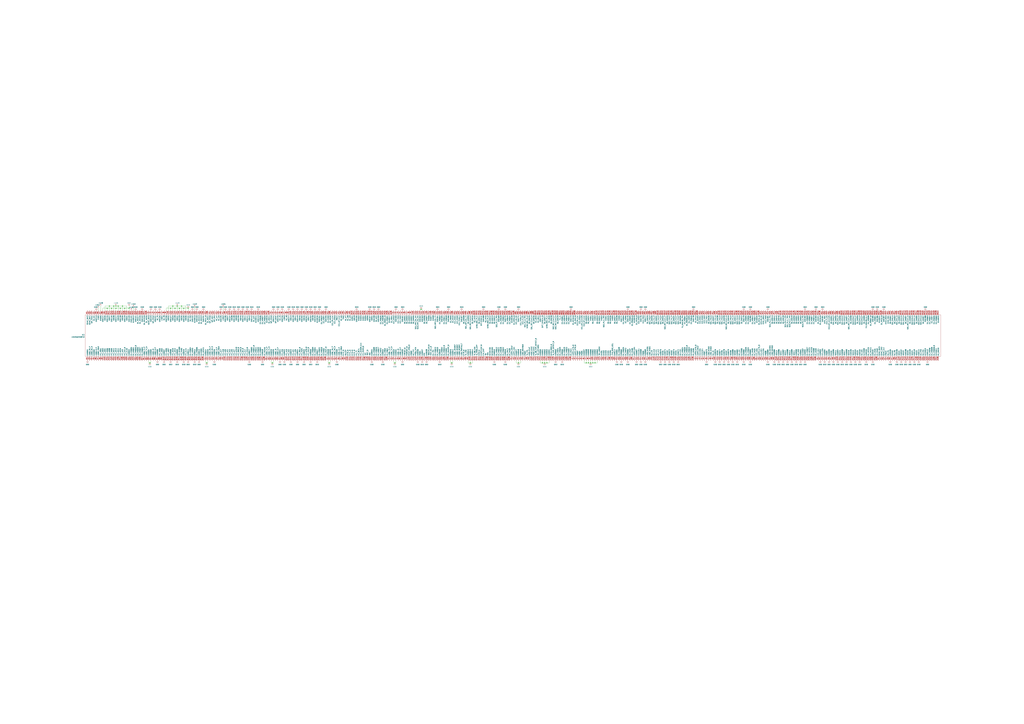
<source format=kicad_sch>
(kicad_sch (version 20211123) (generator eeschema)

  (uuid 8eea7483-42f3-4a35-8541-7f3f683463f6)

  (paper "A0")

  (title_block
    (title "PatekBoard - MPU")
    (date "2022-05-01")
    (rev "0.1")
    (company "Pátek - zájmový kroužek, z.s.")
  )

  

  (junction (at 198.12 358.14) (diameter 0) (color 0 0 0 0)
    (uuid 03b12d4f-de83-45d3-b75e-ea8aae98533e)
  )
  (junction (at 134.62 355.6) (diameter 0) (color 0 0 0 0)
    (uuid 04165067-c88f-420f-9b12-33a083f7e927)
  )
  (junction (at 685.8 421.64) (diameter 0) (color 0 0 0 0)
    (uuid 1ecb5455-fca0-4d59-9c33-ae2b95f0604b)
  )
  (junction (at 688.34 421.64) (diameter 0) (color 0 0 0 0)
    (uuid 254bd294-8b71-469e-bab2-1ec75529aaa7)
  )
  (junction (at 127 355.6) (diameter 0) (color 0 0 0 0)
    (uuid 259d8850-6503-4057-bca3-26550b1d5d37)
  )
  (junction (at 382.27 421.64) (diameter 0) (color 0 0 0 0)
    (uuid 2995e9b7-8c13-4c1a-8bc8-22441d2e231d)
  )
  (junction (at 635 421.64) (diameter 0) (color 0 0 0 0)
    (uuid 345c736e-1dce-44d1-b005-cf2e84936c05)
  )
  (junction (at 142.24 355.6) (diameter 0) (color 0 0 0 0)
    (uuid 3512af76-4696-482e-b2af-a8ec57f7531c)
  )
  (junction (at 629.92 421.64) (diameter 0) (color 0 0 0 0)
    (uuid 3f9eb0bb-1a45-4f89-a47c-629c82b65690)
  )
  (junction (at 208.28 358.14) (diameter 0) (color 0 0 0 0)
    (uuid 4444d2b1-1fa4-485c-839c-8b37e88e4c5d)
  )
  (junction (at 680.72 421.64) (diameter 0) (color 0 0 0 0)
    (uuid 4b671f07-6b04-49e5-83e4-3d7aca1859fa)
  )
  (junction (at 149.86 358.14) (diameter 0) (color 0 0 0 0)
    (uuid 52703aad-01ae-4620-99c9-237740a2221d)
  )
  (junction (at 173.99 421.64) (diameter 0) (color 0 0 0 0)
    (uuid 53bd3dcf-7a08-41dd-8b06-6b103459afab)
  )
  (junction (at 203.2 358.14) (diameter 0) (color 0 0 0 0)
    (uuid 5a9fadc5-335c-4276-96f7-b2dff412bab1)
  )
  (junction (at 546.1 421.64) (diameter 0) (color 0 0 0 0)
    (uuid 6e83b69a-5db4-4dad-8f84-715f7f46f457)
  )
  (junction (at 488.95 359.41) (diameter 0) (color 0 0 0 0)
    (uuid 6f1cb7ff-f455-4877-88ca-20400e585520)
  )
  (junction (at 690.88 421.64) (diameter 0) (color 0 0 0 0)
    (uuid 8981ed6b-173c-43e1-830f-1c938b081d9e)
  )
  (junction (at 205.74 355.6) (diameter 0) (color 0 0 0 0)
    (uuid 8ef20f8c-04f6-4c24-a6f5-0e65cb43359d)
  )
  (junction (at 524.51 421.64) (diameter 0) (color 0 0 0 0)
    (uuid 9aec27dd-065b-43ec-b717-1fbb5e4f6d1e)
  )
  (junction (at 124.46 358.14) (diameter 0) (color 0 0 0 0)
    (uuid 9d805e5b-3132-4d19-8a64-e1454036ab84)
  )
  (junction (at 601.98 421.64) (diameter 0) (color 0 0 0 0)
    (uuid a02da5d4-2c9b-4cef-9232-3ab16943b476)
  )
  (junction (at 200.66 355.6) (diameter 0) (color 0 0 0 0)
    (uuid a60027f0-3ab8-48e6-833e-8c6bd92779c5)
  )
  (junction (at 139.7 358.14) (diameter 0) (color 0 0 0 0)
    (uuid ae3f2710-58e4-4cb4-acbd-8b588605d24d)
  )
  (junction (at 132.08 355.6) (diameter 0) (color 0 0 0 0)
    (uuid c01d6d81-9e71-47cd-847b-595c4335289d)
  )
  (junction (at 137.16 355.6) (diameter 0) (color 0 0 0 0)
    (uuid c5dc2f71-36a0-4132-a7d9-107611f6905e)
  )
  (junction (at 134.62 358.14) (diameter 0) (color 0 0 0 0)
    (uuid c6e76c34-072a-4998-8cc8-8e0b555f8e57)
  )
  (junction (at 213.36 358.14) (diameter 0) (color 0 0 0 0)
    (uuid cc484ac9-ae2e-439d-b4fd-284b5eb8ba06)
  )
  (junction (at 458.47 421.64) (diameter 0) (color 0 0 0 0)
    (uuid ce591ebd-9057-4ef6-9e08-88697f90f266)
  )
  (junction (at 632.46 421.64) (diameter 0) (color 0 0 0 0)
    (uuid d2863878-c417-4b6b-8d50-26e42ce3cb8c)
  )
  (junction (at 683.26 421.64) (diameter 0) (color 0 0 0 0)
    (uuid d737739e-8efe-4bb2-8d26-58345d9f5fb8)
  )
  (junction (at 210.82 355.6) (diameter 0) (color 0 0 0 0)
    (uuid d86fc652-ffdb-43d6-9149-bd5bdadca8dd)
  )
  (junction (at 129.54 358.14) (diameter 0) (color 0 0 0 0)
    (uuid d91ccf66-7f0d-4c82-be68-391d60d30e09)
  )
  (junction (at 144.78 358.14) (diameter 0) (color 0 0 0 0)
    (uuid db8a83b3-18c6-4a30-877a-cc3badff4c2f)
  )
  (junction (at 240.03 421.64) (diameter 0) (color 0 0 0 0)
    (uuid e09cfa57-005a-4c62-9f84-90bcea65919a)
  )
  (junction (at 218.44 358.14) (diameter 0) (color 0 0 0 0)
    (uuid e3769e6a-c86b-4ff0-89c7-6a9f43ac3196)
  )
  (junction (at 316.23 421.64) (diameter 0) (color 0 0 0 0)
    (uuid e3eea7ca-d777-496e-b920-2596556fe23c)
  )

  (wire (pts (xy 210.82 355.6) (xy 215.9 355.6))
    (stroke (width 0) (type default) (color 0 0 0 0))
    (uuid 00ef07e3-31bc-4245-b747-f37ce50454dc)
  )
  (wire (pts (xy 218.44 358.14) (xy 218.44 360.68))
    (stroke (width 0) (type default) (color 0 0 0 0))
    (uuid 01ea1bee-2abc-4027-ab1a-1a3094a08fd6)
  )
  (wire (pts (xy 172.72 421.64) (xy 173.99 421.64))
    (stroke (width 0) (type default) (color 0 0 0 0))
    (uuid 02320ff4-4a71-46a7-9efd-4de9d0d61a3c)
  )
  (wire (pts (xy 137.16 355.6) (xy 142.24 355.6))
    (stroke (width 0) (type default) (color 0 0 0 0))
    (uuid 067cd23a-041d-47b6-88f6-2e7497371992)
  )
  (wire (pts (xy 172.72 419.1) (xy 172.72 421.64))
    (stroke (width 0) (type default) (color 0 0 0 0))
    (uuid 0a6da94b-d488-41c6-ba14-65763d1b36b1)
  )
  (wire (pts (xy 226.06 356.87) (xy 226.06 360.68))
    (stroke (width 0) (type default) (color 0 0 0 0))
    (uuid 0ae71ead-6018-43d4-987a-35c3cde3ce14)
  )
  (wire (pts (xy 317.5 421.64) (xy 316.23 421.64))
    (stroke (width 0) (type default) (color 0 0 0 0))
    (uuid 0bcf2fd2-436f-4e6d-a1e7-81554b514e06)
  )
  (wire (pts (xy 314.96 419.1) (xy 314.96 421.64))
    (stroke (width 0) (type default) (color 0 0 0 0))
    (uuid 0e82bc35-2209-4c49-aa68-76e84a2038a6)
  )
  (wire (pts (xy 546.1 419.1) (xy 546.1 421.64))
    (stroke (width 0) (type default) (color 0 0 0 0))
    (uuid 0f8b14a1-1475-4951-8c8c-eec4467fd9f1)
  )
  (wire (pts (xy 635 421.64) (xy 637.54 421.64))
    (stroke (width 0) (type default) (color 0 0 0 0))
    (uuid 0feec7e9-7b6b-4be6-be60-620bb85dadd7)
  )
  (wire (pts (xy 487.68 359.41) (xy 488.95 359.41))
    (stroke (width 0) (type default) (color 0 0 0 0))
    (uuid 15c556c9-8a9e-4115-aa99-f5187925c2d4)
  )
  (wire (pts (xy 154.94 356.87) (xy 154.94 360.68))
    (stroke (width 0) (type default) (color 0 0 0 0))
    (uuid 169a6bb8-4714-4b59-9917-e0be2ee87e6c)
  )
  (wire (pts (xy 213.36 358.14) (xy 218.44 358.14))
    (stroke (width 0) (type default) (color 0 0 0 0))
    (uuid 171a7a6e-155b-4c67-83b5-1928b7a81b68)
  )
  (wire (pts (xy 317.5 419.1) (xy 317.5 421.64))
    (stroke (width 0) (type default) (color 0 0 0 0))
    (uuid 1dcdbd8d-ff1e-4974-bade-59f823c9a902)
  )
  (wire (pts (xy 690.88 421.64) (xy 693.42 421.64))
    (stroke (width 0) (type default) (color 0 0 0 0))
    (uuid 1f5952ba-9fb6-4fcd-b347-c166c011622d)
  )
  (wire (pts (xy 601.98 421.64) (xy 604.52 421.64))
    (stroke (width 0) (type default) (color 0 0 0 0))
    (uuid 1fa42c2c-32be-414a-80a6-f65ab1e9d1c7)
  )
  (wire (pts (xy 127 355.6) (xy 132.08 355.6))
    (stroke (width 0) (type default) (color 0 0 0 0))
    (uuid 20dfab1d-33fb-44ad-82b4-6956921ceb8a)
  )
  (wire (pts (xy 116.84 355.6) (xy 116.84 360.68))
    (stroke (width 0) (type default) (color 0 0 0 0))
    (uuid 21fe2c20-301e-4c82-add1-f6f282cd6e4a)
  )
  (wire (pts (xy 198.12 358.14) (xy 198.12 360.68))
    (stroke (width 0) (type default) (color 0 0 0 0))
    (uuid 2395050b-ac3a-4d72-9273-60d81f788c7c)
  )
  (wire (pts (xy 629.92 419.1) (xy 629.92 421.64))
    (stroke (width 0) (type default) (color 0 0 0 0))
    (uuid 23b252b2-77a0-49f1-8131-af1990e8edf3)
  )
  (wire (pts (xy 632.46 421.64) (xy 635 421.64))
    (stroke (width 0) (type default) (color 0 0 0 0))
    (uuid 2a44b3eb-d2a6-462a-9e10-8b82da72d4a7)
  )
  (wire (pts (xy 142.24 355.6) (xy 142.24 360.68))
    (stroke (width 0) (type default) (color 0 0 0 0))
    (uuid 2f49b4d4-f45f-43b2-a84e-b9ed343a9cc2)
  )
  (wire (pts (xy 685.8 421.64) (xy 688.34 421.64))
    (stroke (width 0) (type default) (color 0 0 0 0))
    (uuid 307b9376-3582-4710-91bb-34b511890912)
  )
  (wire (pts (xy 259.08 356.87) (xy 259.08 360.68))
    (stroke (width 0) (type default) (color 0 0 0 0))
    (uuid 32e5f4e4-b1a4-40fd-9e32-d32ddd835c23)
  )
  (wire (pts (xy 119.38 360.68) (xy 119.38 358.14))
    (stroke (width 0) (type default) (color 0 0 0 0))
    (uuid 37c8cdf6-7e45-4320-a6b0-99edfcf33f80)
  )
  (wire (pts (xy 241.3 419.1) (xy 241.3 421.64))
    (stroke (width 0) (type default) (color 0 0 0 0))
    (uuid 388e76f2-5c3c-476a-abdb-7bb570c386fb)
  )
  (wire (pts (xy 525.78 421.64) (xy 524.51 421.64))
    (stroke (width 0) (type default) (color 0 0 0 0))
    (uuid 3a3164e9-401a-4e50-bee1-a12717def846)
  )
  (wire (pts (xy 198.12 358.14) (xy 203.2 358.14))
    (stroke (width 0) (type default) (color 0 0 0 0))
    (uuid 3d61dfac-ef1b-4855-84b3-524c1a41df0d)
  )
  (wire (pts (xy 629.92 421.64) (xy 632.46 421.64))
    (stroke (width 0) (type default) (color 0 0 0 0))
    (uuid 40757d4e-0933-4fdc-bd6a-8e6fc7b5523f)
  )
  (wire (pts (xy 139.7 358.14) (xy 139.7 360.68))
    (stroke (width 0) (type default) (color 0 0 0 0))
    (uuid 481021ec-6aaf-4817-b701-ffd114726d0e)
  )
  (wire (pts (xy 203.2 358.14) (xy 203.2 360.68))
    (stroke (width 0) (type default) (color 0 0 0 0))
    (uuid 49131b3c-8e6c-404c-b722-8d18749461c7)
  )
  (wire (pts (xy 134.62 358.14) (xy 134.62 360.68))
    (stroke (width 0) (type default) (color 0 0 0 0))
    (uuid 4939567f-b084-4ae8-a29c-faeef6a8d952)
  )
  (wire (pts (xy 627.38 421.64) (xy 629.92 421.64))
    (stroke (width 0) (type default) (color 0 0 0 0))
    (uuid 494e5eb1-7f70-43f3-9605-bd716c371be9)
  )
  (wire (pts (xy 238.76 421.64) (xy 240.03 421.64))
    (stroke (width 0) (type default) (color 0 0 0 0))
    (uuid 4d2a5be0-a08d-4c6c-82bd-0d89093f9d70)
  )
  (wire (pts (xy 193.04 358.14) (xy 198.12 358.14))
    (stroke (width 0) (type default) (color 0 0 0 0))
    (uuid 4fdd29cb-3f5f-493c-8f69-796b0a7368a1)
  )
  (wire (pts (xy 688.34 419.1) (xy 688.34 421.64))
    (stroke (width 0) (type default) (color 0 0 0 0))
    (uuid 503a787b-7c8c-4da2-9e50-6b7b67c11e3b)
  )
  (wire (pts (xy 637.54 419.1) (xy 637.54 421.64))
    (stroke (width 0) (type default) (color 0 0 0 0))
    (uuid 50d8e014-4c19-4cda-935a-b4563e033acd)
  )
  (wire (pts (xy 523.24 421.64) (xy 524.51 421.64))
    (stroke (width 0) (type default) (color 0 0 0 0))
    (uuid 514d8ee7-cdfe-4ab0-b680-3f971aa3a0be)
  )
  (wire (pts (xy 525.78 419.1) (xy 525.78 421.64))
    (stroke (width 0) (type default) (color 0 0 0 0))
    (uuid 53c3f9ae-2d25-48e4-83d8-cd0edbbeddcc)
  )
  (wire (pts (xy 690.88 419.1) (xy 690.88 421.64))
    (stroke (width 0) (type default) (color 0 0 0 0))
    (uuid 54a91355-a483-4762-82d3-383fb82f2790)
  )
  (wire (pts (xy 693.42 419.1) (xy 693.42 421.64))
    (stroke (width 0) (type default) (color 0 0 0 0))
    (uuid 56bec9b0-62b7-4987-b961-df7ca5c8d756)
  )
  (wire (pts (xy 601.98 419.1) (xy 601.98 421.64))
    (stroke (width 0) (type default) (color 0 0 0 0))
    (uuid 596572b1-f385-4f3a-8bca-7190f60a01ee)
  )
  (wire (pts (xy 490.22 359.41) (xy 488.95 359.41))
    (stroke (width 0) (type default) (color 0 0 0 0))
    (uuid 64b70785-7347-4340-978a-4b920ab4843f)
  )
  (wire (pts (xy 210.82 355.6) (xy 210.82 360.68))
    (stroke (width 0) (type default) (color 0 0 0 0))
    (uuid 6558fd95-860d-412f-b5dc-f343b58ca42c)
  )
  (wire (pts (xy 175.26 421.64) (xy 173.99 421.64))
    (stroke (width 0) (type default) (color 0 0 0 0))
    (uuid 6c4ba191-0037-4589-8079-fe5a02117bff)
  )
  (wire (pts (xy 149.86 358.14) (xy 149.86 360.68))
    (stroke (width 0) (type default) (color 0 0 0 0))
    (uuid 6c59adb3-a38f-4cc3-9a03-e782d9bba195)
  )
  (wire (pts (xy 132.08 355.6) (xy 134.62 355.6))
    (stroke (width 0) (type default) (color 0 0 0 0))
    (uuid 6e8bf2f5-81ef-4a05-8b0e-26d82b65d701)
  )
  (wire (pts (xy 213.36 358.14) (xy 213.36 360.68))
    (stroke (width 0) (type default) (color 0 0 0 0))
    (uuid 71ee1a36-5693-4d92-bca3-3a83099e4b9a)
  )
  (wire (pts (xy 175.26 419.1) (xy 175.26 421.64))
    (stroke (width 0) (type default) (color 0 0 0 0))
    (uuid 79726bce-5ee7-414b-9079-597ad61bb09f)
  )
  (wire (pts (xy 543.56 419.1) (xy 543.56 421.64))
    (stroke (width 0) (type default) (color 0 0 0 0))
    (uuid 7ab5703a-8e14-4286-806c-a4ccb6548a6d)
  )
  (wire (pts (xy 457.2 419.1) (xy 457.2 421.64))
    (stroke (width 0) (type default) (color 0 0 0 0))
    (uuid 80334192-c636-4abf-b6ec-50d509d4026d)
  )
  (wire (pts (xy 147.32 355.6) (xy 147.32 360.68))
    (stroke (width 0) (type default) (color 0 0 0 0))
    (uuid 8acb289f-ef0b-4bda-b4ee-c7a778cca4aa)
  )
  (wire (pts (xy 457.2 421.64) (xy 458.47 421.64))
    (stroke (width 0) (type default) (color 0 0 0 0))
    (uuid 8be7a883-3e3e-493d-8cf2-561e0f4851cd)
  )
  (wire (pts (xy 548.64 419.1) (xy 548.64 421.64))
    (stroke (width 0) (type default) (color 0 0 0 0))
    (uuid 8c679a2d-7639-4bad-af78-6e8df7d13ea6)
  )
  (wire (pts (xy 124.46 358.14) (xy 129.54 358.14))
    (stroke (width 0) (type default) (color 0 0 0 0))
    (uuid 8f22bedb-638e-4d09-86b9-7aa56bf7c1f0)
  )
  (wire (pts (xy 604.52 419.1) (xy 604.52 421.64))
    (stroke (width 0) (type default) (color 0 0 0 0))
    (uuid 9293fdb8-c524-434a-b747-a989290eec92)
  )
  (wire (pts (xy 487.68 360.68) (xy 487.68 359.41))
    (stroke (width 0) (type default) (color 0 0 0 0))
    (uuid 98108e54-707a-4220-b52f-d817d3b690bf)
  )
  (wire (pts (xy 134.62 355.6) (xy 137.16 355.6))
    (stroke (width 0) (type default) (color 0 0 0 0))
    (uuid 9b4d0a8a-2c1c-45fa-bb48-1e4253014cb3)
  )
  (wire (pts (xy 124.46 358.14) (xy 124.46 360.68))
    (stroke (width 0) (type default) (color 0 0 0 0))
    (uuid 9bfe003f-2e18-45b0-aa40-02de5165ed7d)
  )
  (wire (pts (xy 683.26 421.64) (xy 685.8 421.64))
    (stroke (width 0) (type default) (color 0 0 0 0))
    (uuid 9e027e4b-5332-49b5-b3f8-f6f25e59e791)
  )
  (wire (pts (xy 142.24 355.6) (xy 147.32 355.6))
    (stroke (width 0) (type default) (color 0 0 0 0))
    (uuid 9f66b69a-f58e-47d0-8560-c3b3af1fc6b7)
  )
  (wire (pts (xy 200.66 355.6) (xy 205.74 355.6))
    (stroke (width 0) (type default) (color 0 0 0 0))
    (uuid a2d046eb-5e5d-462e-b54f-bfe94be2e0bd)
  )
  (wire (pts (xy 215.9 355.6) (xy 215.9 360.68))
    (stroke (width 0) (type default) (color 0 0 0 0))
    (uuid a5d05744-02b3-44ce-81c2-497ed948cc0a)
  )
  (wire (pts (xy 548.64 421.64) (xy 546.1 421.64))
    (stroke (width 0) (type default) (color 0 0 0 0))
    (uuid a68714fd-d122-4fb1-9196-7ac7940eaddf)
  )
  (wire (pts (xy 129.54 358.14) (xy 134.62 358.14))
    (stroke (width 0) (type default) (color 0 0 0 0))
    (uuid aadb55e8-68ea-430c-94e1-259fe37b4cae)
  )
  (wire (pts (xy 119.38 358.14) (xy 124.46 358.14))
    (stroke (width 0) (type default) (color 0 0 0 0))
    (uuid ab349545-bd98-475d-95a5-7565d52f64cc)
  )
  (wire (pts (xy 680.72 421.64) (xy 683.26 421.64))
    (stroke (width 0) (type default) (color 0 0 0 0))
    (uuid abf6fca4-e2bd-48fe-8b86-5a8b468edd40)
  )
  (wire (pts (xy 139.7 358.14) (xy 144.78 358.14))
    (stroke (width 0) (type default) (color 0 0 0 0))
    (uuid ac5c443c-5542-43f5-9895-765c823f066f)
  )
  (wire (pts (xy 635 419.1) (xy 635 421.64))
    (stroke (width 0) (type default) (color 0 0 0 0))
    (uuid ae4fed7d-9a3f-467a-a6b3-6a311f3d2af0)
  )
  (wire (pts (xy 543.56 421.64) (xy 546.1 421.64))
    (stroke (width 0) (type default) (color 0 0 0 0))
    (uuid b1d3c28e-5cb0-4a9c-b307-0e68c5955721)
  )
  (wire (pts (xy 678.18 421.64) (xy 680.72 421.64))
    (stroke (width 0) (type default) (color 0 0 0 0))
    (uuid b50b49d4-698a-4692-99bc-e7070316b6d2)
  )
  (wire (pts (xy 205.74 355.6) (xy 205.74 360.68))
    (stroke (width 0) (type default) (color 0 0 0 0))
    (uuid b5ac7068-0d9a-4f13-8dce-e05d5bb34043)
  )
  (wire (pts (xy 114.3 358.14) (xy 114.3 360.68))
    (stroke (width 0) (type default) (color 0 0 0 0))
    (uuid b5cc9652-737e-45e7-83c6-073140f6ad9b)
  )
  (wire (pts (xy 238.76 419.1) (xy 238.76 421.64))
    (stroke (width 0) (type default) (color 0 0 0 0))
    (uuid b8b92234-ebba-4b99-8d4f-41512f107b1a)
  )
  (wire (pts (xy 208.28 358.14) (xy 213.36 358.14))
    (stroke (width 0) (type default) (color 0 0 0 0))
    (uuid b8d98351-ce1f-4877-b9e2-cbe51f22e6ea)
  )
  (wire (pts (xy 490.22 360.68) (xy 490.22 359.41))
    (stroke (width 0) (type default) (color 0 0 0 0))
    (uuid b9b29d5a-e4ee-4eb7-889d-692a6157ab25)
  )
  (wire (pts (xy 144.78 358.14) (xy 144.78 360.68))
    (stroke (width 0) (type default) (color 0 0 0 0))
    (uuid bb3b5b86-e7dd-457f-a4aa-2fd96de1c8eb)
  )
  (wire (pts (xy 523.24 419.1) (xy 523.24 421.64))
    (stroke (width 0) (type default) (color 0 0 0 0))
    (uuid c0b931f9-8a67-4a50-a3e7-aa304a58784d)
  )
  (wire (pts (xy 381 419.1) (xy 381 421.64))
    (stroke (width 0) (type default) (color 0 0 0 0))
    (uuid c6696c09-7da3-40b5-bde1-f80992d24150)
  )
  (wire (pts (xy 459.74 421.64) (xy 458.47 421.64))
    (stroke (width 0) (type default) (color 0 0 0 0))
    (uuid c73e8b86-5e31-483c-ad67-103b02731e71)
  )
  (wire (pts (xy 627.38 419.1) (xy 627.38 421.64))
    (stroke (width 0) (type default) (color 0 0 0 0))
    (uuid c84dd9de-c927-4d7d-8ec2-8c2856fe9a57)
  )
  (wire (pts (xy 688.34 421.64) (xy 690.88 421.64))
    (stroke (width 0) (type default) (color 0 0 0 0))
    (uuid c8af18d6-7924-48a8-9363-cc085538cc6a)
  )
  (wire (pts (xy 680.72 419.1) (xy 680.72 421.64))
    (stroke (width 0) (type default) (color 0 0 0 0))
    (uuid c9544b4a-17a6-41df-8983-7a68804857e1)
  )
  (wire (pts (xy 193.04 358.14) (xy 193.04 360.68))
    (stroke (width 0) (type default) (color 0 0 0 0))
    (uuid cb690d08-c3a1-409f-baa6-89f0e94a0090)
  )
  (wire (pts (xy 205.74 355.6) (xy 210.82 355.6))
    (stroke (width 0) (type default) (color 0 0 0 0))
    (uuid cdc398f6-1b5a-4aaa-b3a4-302075411970)
  )
  (wire (pts (xy 599.44 421.64) (xy 601.98 421.64))
    (stroke (width 0) (type default) (color 0 0 0 0))
    (uuid ce5bf97e-ca22-4882-9710-035f3c6e5dcf)
  )
  (wire (pts (xy 149.86 355.6) (xy 149.86 358.14))
    (stroke (width 0) (type default) (color 0 0 0 0))
    (uuid d19ceb64-1119-4555-946d-c13a82f18a0e)
  )
  (wire (pts (xy 127 355.6) (xy 127 360.68))
    (stroke (width 0) (type default) (color 0 0 0 0))
    (uuid d30dc721-1b2f-40e6-b700-1eb3ba022eaa)
  )
  (wire (pts (xy 144.78 358.14) (xy 149.86 358.14))
    (stroke (width 0) (type default) (color 0 0 0 0))
    (uuid d9eaf9e5-7964-41bc-b385-ef57c32f10b9)
  )
  (wire (pts (xy 685.8 419.1) (xy 685.8 421.64))
    (stroke (width 0) (type default) (color 0 0 0 0))
    (uuid dbbf88a7-5273-481c-9e85-8473c96ac27e)
  )
  (wire (pts (xy 599.44 419.1) (xy 599.44 421.64))
    (stroke (width 0) (type default) (color 0 0 0 0))
    (uuid dc0213f5-5f37-488a-88f8-907fe7a542bd)
  )
  (wire (pts (xy 132.08 355.6) (xy 132.08 360.68))
    (stroke (width 0) (type default) (color 0 0 0 0))
    (uuid dd74be73-9c6d-487f-ad36-fb52fd130337)
  )
  (wire (pts (xy 134.62 358.14) (xy 139.7 358.14))
    (stroke (width 0) (type default) (color 0 0 0 0))
    (uuid ddaedcaf-a572-4dcc-b668-765a814cc8b6)
  )
  (wire (pts (xy 129.54 358.14) (xy 129.54 360.68))
    (stroke (width 0) (type default) (color 0 0 0 0))
    (uuid de606f91-1eac-46a2-93d4-cfefd70d0bd4)
  )
  (wire (pts (xy 121.92 355.6) (xy 127 355.6))
    (stroke (width 0) (type default) (color 0 0 0 0))
    (uuid dfb534b3-112d-4e0d-afc7-c036e75009fd)
  )
  (wire (pts (xy 678.18 419.1) (xy 678.18 421.64))
    (stroke (width 0) (type default) (color 0 0 0 0))
    (uuid e29fde4e-c031-4d72-b324-1387a2c598c5)
  )
  (wire (pts (xy 121.92 360.68) (xy 121.92 355.6))
    (stroke (width 0) (type default) (color 0 0 0 0))
    (uuid e62ef074-9fba-45ed-807f-3027cc32e7e2)
  )
  (wire (pts (xy 459.74 419.1) (xy 459.74 421.64))
    (stroke (width 0) (type default) (color 0 0 0 0))
    (uuid e93d8952-c6de-407d-a898-081aeb18d475)
  )
  (wire (pts (xy 632.46 419.1) (xy 632.46 421.64))
    (stroke (width 0) (type default) (color 0 0 0 0))
    (uuid eae94845-7b37-4d76-9c7b-86f594f1be80)
  )
  (wire (pts (xy 314.96 421.64) (xy 316.23 421.64))
    (stroke (width 0) (type default) (color 0 0 0 0))
    (uuid ed127f34-1dc5-4b5a-982e-2534480885ac)
  )
  (wire (pts (xy 200.66 360.68) (xy 200.66 355.6))
    (stroke (width 0) (type default) (color 0 0 0 0))
    (uuid ef6299e9-3730-4e73-94bb-3dc21754fc36)
  )
  (wire (pts (xy 383.54 421.64) (xy 382.27 421.64))
    (stroke (width 0) (type default) (color 0 0 0 0))
    (uuid f0b379cb-c3cf-40a8-9296-bacd301ac060)
  )
  (wire (pts (xy 241.3 421.64) (xy 240.03 421.64))
    (stroke (width 0) (type default) (color 0 0 0 0))
    (uuid f4234d4d-0685-42ef-9578-91c9044cf481)
  )
  (wire (pts (xy 208.28 358.14) (xy 208.28 360.68))
    (stroke (width 0) (type default) (color 0 0 0 0))
    (uuid f4713d82-12f8-4109-924f-d6c75874b714)
  )
  (wire (pts (xy 137.16 355.6) (xy 137.16 360.68))
    (stroke (width 0) (type default) (color 0 0 0 0))
    (uuid f8c76c17-dd61-4b50-a015-a44e71b59358)
  )
  (wire (pts (xy 195.58 355.6) (xy 200.66 355.6))
    (stroke (width 0) (type default) (color 0 0 0 0))
    (uuid fa69cefc-a92c-4142-bde5-bf8071b98aa5)
  )
  (wire (pts (xy 683.26 419.1) (xy 683.26 421.64))
    (stroke (width 0) (type default) (color 0 0 0 0))
    (uuid fa94aab4-97f3-4181-bd9b-e2fd6cf3b4e9)
  )
  (wire (pts (xy 381 421.64) (xy 382.27 421.64))
    (stroke (width 0) (type default) (color 0 0 0 0))
    (uuid fb69afac-5c4c-4d6d-9623-01c539ee9b0e)
  )
  (wire (pts (xy 383.54 419.1) (xy 383.54 421.64))
    (stroke (width 0) (type default) (color 0 0 0 0))
    (uuid fd0dab3d-e1cc-48d5-aae8-897070494dfb)
  )
  (wire (pts (xy 195.58 360.68) (xy 195.58 355.6))
    (stroke (width 0) (type default) (color 0 0 0 0))
    (uuid fe2ea4a2-c78e-4173-bd5b-5d05c57af872)
  )
  (wire (pts (xy 203.2 358.14) (xy 208.28 358.14))
    (stroke (width 0) (type default) (color 0 0 0 0))
    (uuid ffb74ba5-dd4d-4b95-ab12-94d2ea8e52b7)
  )

  (symbol (lib_id "power:GND") (at 218.44 358.14 180) (unit 1)
    (in_bom yes) (on_board yes)
    (uuid 00e0eab7-671e-46f0-9fb5-9ab3989b7ca3)
    (property "Reference" "#PWR?" (id 0) (at 218.44 351.79 0)
      (effects (font (size 1.27 1.27)) hide)
    )
    (property "Value" "GND" (id 1) (at 216.535 354.33 0)
      (effects (font (size 1.27 1.27)) (justify right))
    )
    (property "Footprint" "" (id 2) (at 218.44 358.14 0)
      (effects (font (size 1.27 1.27)) hide)
    )
    (property "Datasheet" "" (id 3) (at 218.44 358.14 0)
      (effects (font (size 1.27 1.27)) hide)
    )
    (pin "1" (uuid 43ea7529-5a73-4b22-9ec4-a1762b4a5b0c))
  )

  (symbol (lib_id "power:GND") (at 728.98 360.68 180) (unit 1)
    (in_bom yes) (on_board yes)
    (uuid 013c0d1d-783a-4696-8874-d1ef1d040a45)
    (property "Reference" "#PWR?" (id 0) (at 728.98 354.33 0)
      (effects (font (size 1.27 1.27)) hide)
    )
    (property "Value" "GND" (id 1) (at 727.075 356.87 0)
      (effects (font (size 1.27 1.27)) (justify right))
    )
    (property "Footprint" "" (id 2) (at 728.98 360.68 0)
      (effects (font (size 1.27 1.27)) hide)
    )
    (property "Datasheet" "" (id 3) (at 728.98 360.68 0)
      (effects (font (size 1.27 1.27)) hide)
    )
    (pin "1" (uuid 87451882-335d-46f8-b121-560b21d30e8d))
  )

  (symbol (lib_id "power:GND") (at 510.54 419.1 0) (unit 1)
    (in_bom yes) (on_board yes) (fields_autoplaced)
    (uuid 0238e3e2-a101-4238-b10c-b79e2006332b)
    (property "Reference" "#PWR?" (id 0) (at 510.54 425.45 0)
      (effects (font (size 1.27 1.27)) hide)
    )
    (property "Value" "GND" (id 1) (at 510.54 423.5434 0))
    (property "Footprint" "" (id 2) (at 510.54 419.1 0)
      (effects (font (size 1.27 1.27)) hide)
    )
    (property "Datasheet" "" (id 3) (at 510.54 419.1 0)
      (effects (font (size 1.27 1.27)) hide)
    )
    (pin "1" (uuid 9519ebeb-f46c-4fd2-8669-033adbbcb0dc))
  )

  (symbol (lib_id "power:GND") (at 261.62 360.68 180) (unit 1)
    (in_bom yes) (on_board yes)
    (uuid 03931569-246f-4c94-ab24-443d8fe17d35)
    (property "Reference" "#PWR?" (id 0) (at 261.62 354.33 0)
      (effects (font (size 1.27 1.27)) hide)
    )
    (property "Value" "GND" (id 1) (at 259.715 356.87 0)
      (effects (font (size 1.27 1.27)) (justify right))
    )
    (property "Footprint" "" (id 2) (at 261.62 360.68 0)
      (effects (font (size 1.27 1.27)) hide)
    )
    (property "Datasheet" "" (id 3) (at 261.62 360.68 0)
      (effects (font (size 1.27 1.27)) hide)
    )
    (pin "1" (uuid ffb29b9d-980d-46c1-b6a5-3a89316415ef))
  )

  (symbol (lib_id "power:GND") (at 434.34 360.68 180) (unit 1)
    (in_bom yes) (on_board yes)
    (uuid 03dc8c4a-9224-4aa9-a36e-630b74ea0583)
    (property "Reference" "#PWR?" (id 0) (at 434.34 354.33 0)
      (effects (font (size 1.27 1.27)) hide)
    )
    (property "Value" "GND" (id 1) (at 432.435 356.87 0)
      (effects (font (size 1.27 1.27)) (justify right))
    )
    (property "Footprint" "" (id 2) (at 434.34 360.68 0)
      (effects (font (size 1.27 1.27)) hide)
    )
    (property "Datasheet" "" (id 3) (at 434.34 360.68 0)
      (effects (font (size 1.27 1.27)) hide)
    )
    (pin "1" (uuid c44c8a00-b685-4a50-a200-09cc242997c1))
  )

  (symbol (lib_id "power:GND") (at 490.22 419.1 0) (unit 1)
    (in_bom yes) (on_board yes) (fields_autoplaced)
    (uuid 052f04e3-c332-4850-8744-142fb71ada64)
    (property "Reference" "#PWR?" (id 0) (at 490.22 425.45 0)
      (effects (font (size 1.27 1.27)) hide)
    )
    (property "Value" "GND" (id 1) (at 490.22 423.5434 0))
    (property "Footprint" "" (id 2) (at 490.22 419.1 0)
      (effects (font (size 1.27 1.27)) hide)
    )
    (property "Datasheet" "" (id 3) (at 490.22 419.1 0)
      (effects (font (size 1.27 1.27)) hide)
    )
    (pin "1" (uuid d6879a5d-78e7-49dd-9396-defa1f38f1e3))
  )

  (symbol (lib_id "power:GND") (at 316.23 421.64 0) (unit 1)
    (in_bom yes) (on_board yes) (fields_autoplaced)
    (uuid 07a82b14-c7d2-4766-a938-53153087e430)
    (property "Reference" "#PWR?" (id 0) (at 316.23 427.99 0)
      (effects (font (size 1.27 1.27)) hide)
    )
    (property "Value" "GND" (id 1) (at 316.23 426.0834 0))
    (property "Footprint" "" (id 2) (at 316.23 421.64 0)
      (effects (font (size 1.27 1.27)) hide)
    )
    (property "Datasheet" "" (id 3) (at 316.23 421.64 0)
      (effects (font (size 1.27 1.27)) hide)
    )
    (pin "1" (uuid e5025ca7-3c8a-4695-9336-bb59672f9d4c))
  )

  (symbol (lib_id "power:GND") (at 955.04 360.68 180) (unit 1)
    (in_bom yes) (on_board yes)
    (uuid 08c7c131-62ff-486f-bc50-8e45fd4a589c)
    (property "Reference" "#PWR?" (id 0) (at 955.04 354.33 0)
      (effects (font (size 1.27 1.27)) hide)
    )
    (property "Value" "GND" (id 1) (at 953.135 356.87 0)
      (effects (font (size 1.27 1.27)) (justify right))
    )
    (property "Footprint" "" (id 2) (at 955.04 360.68 0)
      (effects (font (size 1.27 1.27)) hide)
    )
    (property "Datasheet" "" (id 3) (at 955.04 360.68 0)
      (effects (font (size 1.27 1.27)) hide)
    )
    (pin "1" (uuid a28cd39e-5619-42fc-8460-5ff64613ef4b))
  )

  (symbol (lib_id "power:GND") (at 218.44 419.1 0) (unit 1)
    (in_bom yes) (on_board yes) (fields_autoplaced)
    (uuid 08f08e25-e112-4a7c-b44d-e90a5bff289a)
    (property "Reference" "#PWR?" (id 0) (at 218.44 425.45 0)
      (effects (font (size 1.27 1.27)) hide)
    )
    (property "Value" "GND" (id 1) (at 218.44 423.5434 0))
    (property "Footprint" "" (id 2) (at 218.44 419.1 0)
      (effects (font (size 1.27 1.27)) hide)
    )
    (property "Datasheet" "" (id 3) (at 218.44 419.1 0)
      (effects (font (size 1.27 1.27)) hide)
    )
    (pin "1" (uuid 5a6e08ec-a1f4-47b5-b378-8588f60b9bd4))
  )

  (symbol (lib_id "power:GND") (at 485.14 419.1 0) (unit 1)
    (in_bom yes) (on_board yes) (fields_autoplaced)
    (uuid 105f21cd-dd87-4c90-94f5-91478359ec3a)
    (property "Reference" "#PWR?" (id 0) (at 485.14 425.45 0)
      (effects (font (size 1.27 1.27)) hide)
    )
    (property "Value" "GND" (id 1) (at 485.14 423.5434 0))
    (property "Footprint" "" (id 2) (at 485.14 419.1 0)
      (effects (font (size 1.27 1.27)) hide)
    )
    (property "Datasheet" "" (id 3) (at 485.14 419.1 0)
      (effects (font (size 1.27 1.27)) hide)
    )
    (pin "1" (uuid 4bbe1968-289b-47f0-af8d-d02f06d3dfec))
  )

  (symbol (lib_id "power:GND") (at 414.02 360.68 180) (unit 1)
    (in_bom yes) (on_board yes)
    (uuid 10b722bf-4e6d-442c-9457-e8a17f7fedcd)
    (property "Reference" "#PWR?" (id 0) (at 414.02 354.33 0)
      (effects (font (size 1.27 1.27)) hide)
    )
    (property "Value" "GND" (id 1) (at 412.115 356.87 0)
      (effects (font (size 1.27 1.27)) (justify right))
    )
    (property "Footprint" "" (id 2) (at 414.02 360.68 0)
      (effects (font (size 1.27 1.27)) hide)
    )
    (property "Datasheet" "" (id 3) (at 414.02 360.68 0)
      (effects (font (size 1.27 1.27)) hide)
    )
    (pin "1" (uuid 1a249806-cb1e-43d3-bfd9-0aec9a0adfa0))
  )

  (symbol (lib_id "power:GND") (at 767.08 419.1 0) (unit 1)
    (in_bom yes) (on_board yes) (fields_autoplaced)
    (uuid 15ca5a88-9b74-4588-9e48-3c6513ec18be)
    (property "Reference" "#PWR?" (id 0) (at 767.08 425.45 0)
      (effects (font (size 1.27 1.27)) hide)
    )
    (property "Value" "GND" (id 1) (at 767.08 423.5434 0))
    (property "Footprint" "" (id 2) (at 767.08 419.1 0)
      (effects (font (size 1.27 1.27)) hide)
    )
    (property "Datasheet" "" (id 3) (at 767.08 419.1 0)
      (effects (font (size 1.27 1.27)) hide)
    )
    (pin "1" (uuid 935c68bd-dcc2-4d03-9701-8046a2f88bf2))
  )

  (symbol (lib_id "power:GND") (at 287.02 360.68 180) (unit 1)
    (in_bom yes) (on_board yes)
    (uuid 1a6d8083-40b3-4e0d-9013-3b21d7374984)
    (property "Reference" "#PWR?" (id 0) (at 287.02 354.33 0)
      (effects (font (size 1.27 1.27)) hide)
    )
    (property "Value" "GND" (id 1) (at 285.115 356.87 0)
      (effects (font (size 1.27 1.27)) (justify right))
    )
    (property "Footprint" "" (id 2) (at 287.02 360.68 0)
      (effects (font (size 1.27 1.27)) hide)
    )
    (property "Datasheet" "" (id 3) (at 287.02 360.68 0)
      (effects (font (size 1.27 1.27)) hide)
    )
    (pin "1" (uuid 9598d7f8-9484-4a80-b9c5-f4ae83d01721))
  )

  (symbol (lib_id "power:GND") (at 749.3 419.1 0) (unit 1)
    (in_bom yes) (on_board yes) (fields_autoplaced)
    (uuid 1b865d7a-78c2-48d1-9c07-0db1cad675a5)
    (property "Reference" "#PWR?" (id 0) (at 749.3 425.45 0)
      (effects (font (size 1.27 1.27)) hide)
    )
    (property "Value" "GND" (id 1) (at 749.3 423.5434 0))
    (property "Footprint" "" (id 2) (at 749.3 419.1 0)
      (effects (font (size 1.27 1.27)) hide)
    )
    (property "Datasheet" "" (id 3) (at 749.3 419.1 0)
      (effects (font (size 1.27 1.27)) hide)
    )
    (pin "1" (uuid 4d5459ac-931f-41dd-bc5a-702d44cb5064))
  )

  (symbol (lib_id "power:GND") (at 632.46 421.64 0) (unit 1)
    (in_bom yes) (on_board yes) (fields_autoplaced)
    (uuid 1fe67826-42e6-4111-8f29-46bac28e8edd)
    (property "Reference" "#PWR?" (id 0) (at 632.46 427.99 0)
      (effects (font (size 1.27 1.27)) hide)
    )
    (property "Value" "GND" (id 1) (at 632.46 426.0834 0))
    (property "Footprint" "" (id 2) (at 632.46 421.64 0)
      (effects (font (size 1.27 1.27)) hide)
    )
    (property "Datasheet" "" (id 3) (at 632.46 421.64 0)
      (effects (font (size 1.27 1.27)) hide)
    )
    (pin "1" (uuid 6bed5b63-bee1-4788-888d-9da4423c6ffb))
  )

  (symbol (lib_id "power:GND") (at 914.4 419.1 0) (unit 1)
    (in_bom yes) (on_board yes) (fields_autoplaced)
    (uuid 22648175-eab8-4d5b-ae19-ce099c8575be)
    (property "Reference" "#PWR?" (id 0) (at 914.4 425.45 0)
      (effects (font (size 1.27 1.27)) hide)
    )
    (property "Value" "GND" (id 1) (at 914.4 423.5434 0))
    (property "Footprint" "" (id 2) (at 914.4 419.1 0)
      (effects (font (size 1.27 1.27)) hide)
    )
    (property "Datasheet" "" (id 3) (at 914.4 419.1 0)
      (effects (font (size 1.27 1.27)) hide)
    )
    (pin "1" (uuid c9137e40-9971-4535-b397-bd38da69592a))
  )

  (symbol (lib_id "power:GND") (at 924.56 419.1 0) (unit 1)
    (in_bom yes) (on_board yes) (fields_autoplaced)
    (uuid 246df133-cff5-446b-afc3-c25b8d3025f3)
    (property "Reference" "#PWR?" (id 0) (at 924.56 425.45 0)
      (effects (font (size 1.27 1.27)) hide)
    )
    (property "Value" "GND" (id 1) (at 924.56 423.5434 0))
    (property "Footprint" "" (id 2) (at 924.56 419.1 0)
      (effects (font (size 1.27 1.27)) hide)
    )
    (property "Datasheet" "" (id 3) (at 924.56 419.1 0)
      (effects (font (size 1.27 1.27)) hide)
    )
    (pin "1" (uuid f262d076-688a-4e24-9b94-4edc5f23f74e))
  )

  (symbol (lib_id "power:GND") (at 863.6 419.1 0) (unit 1)
    (in_bom yes) (on_board yes) (fields_autoplaced)
    (uuid 24954b9a-addd-40d3-9eb9-c37c412a06ac)
    (property "Reference" "#PWR?" (id 0) (at 863.6 425.45 0)
      (effects (font (size 1.27 1.27)) hide)
    )
    (property "Value" "GND" (id 1) (at 863.6 423.5434 0))
    (property "Footprint" "" (id 2) (at 863.6 419.1 0)
      (effects (font (size 1.27 1.27)) hide)
    )
    (property "Datasheet" "" (id 3) (at 863.6 419.1 0)
      (effects (font (size 1.27 1.27)) hide)
    )
    (pin "1" (uuid 6c60af2b-6bfd-41df-b717-1bbe5cef3859))
  )

  (symbol (lib_id "power:GND") (at 855.98 419.1 0) (unit 1)
    (in_bom yes) (on_board yes) (fields_autoplaced)
    (uuid 260d7b82-32e1-4e58-8e06-ec2435244435)
    (property "Reference" "#PWR?" (id 0) (at 855.98 425.45 0)
      (effects (font (size 1.27 1.27)) hide)
    )
    (property "Value" "GND" (id 1) (at 855.98 423.5434 0))
    (property "Footprint" "" (id 2) (at 855.98 419.1 0)
      (effects (font (size 1.27 1.27)) hide)
    )
    (property "Datasheet" "" (id 3) (at 855.98 419.1 0)
      (effects (font (size 1.27 1.27)) hide)
    )
    (pin "1" (uuid 3b9b046c-ab99-470a-9acf-57d274889857))
  )

  (symbol (lib_id "power:GND") (at 228.6 360.68 180) (unit 1)
    (in_bom yes) (on_board yes)
    (uuid 28a75f13-e5e9-48a2-bb16-9a5f0dc9da7b)
    (property "Reference" "#PWR?" (id 0) (at 228.6 354.33 0)
      (effects (font (size 1.27 1.27)) hide)
    )
    (property "Value" "GND" (id 1) (at 226.695 356.87 0)
      (effects (font (size 1.27 1.27)) (justify right))
    )
    (property "Footprint" "" (id 2) (at 228.6 360.68 0)
      (effects (font (size 1.27 1.27)) hide)
    )
    (property "Datasheet" "" (id 3) (at 228.6 360.68 0)
      (effects (font (size 1.27 1.27)) hide)
    )
    (pin "1" (uuid a73f81b3-defc-4b2a-8f37-9edca216ccef))
  )

  (symbol (lib_id "power:GND") (at 977.9 419.1 0) (unit 1)
    (in_bom yes) (on_board yes) (fields_autoplaced)
    (uuid 2b541eeb-939a-44db-8b60-49520f4137d9)
    (property "Reference" "#PWR?" (id 0) (at 977.9 425.45 0)
      (effects (font (size 1.27 1.27)) hide)
    )
    (property "Value" "GND" (id 1) (at 977.9 423.5434 0))
    (property "Footprint" "" (id 2) (at 977.9 419.1 0)
      (effects (font (size 1.27 1.27)) hide)
    )
    (property "Datasheet" "" (id 3) (at 977.9 419.1 0)
      (effects (font (size 1.27 1.27)) hide)
    )
    (pin "1" (uuid f86f063d-b21e-4b92-9882-1a0e7a04516c))
  )

  (symbol (lib_id "power:GND") (at 289.56 419.1 0) (unit 1)
    (in_bom yes) (on_board yes) (fields_autoplaced)
    (uuid 2cd51254-5116-4e8a-9a91-6092d4b711a6)
    (property "Reference" "#PWR?" (id 0) (at 289.56 425.45 0)
      (effects (font (size 1.27 1.27)) hide)
    )
    (property "Value" "GND" (id 1) (at 289.56 423.5434 0))
    (property "Footprint" "" (id 2) (at 289.56 419.1 0)
      (effects (font (size 1.27 1.27)) hide)
    )
    (property "Datasheet" "" (id 3) (at 289.56 419.1 0)
      (effects (font (size 1.27 1.27)) hide)
    )
    (pin "1" (uuid 02ec792d-e69b-46a4-ae0b-955fe4aeff8b))
  )

  (symbol (lib_id "power:GND") (at 947.42 360.68 180) (unit 1)
    (in_bom yes) (on_board yes)
    (uuid 2d014d4a-89d7-46e6-9125-52a699eb6d84)
    (property "Reference" "#PWR?" (id 0) (at 947.42 354.33 0)
      (effects (font (size 1.27 1.27)) hide)
    )
    (property "Value" "GND" (id 1) (at 945.515 356.87 0)
      (effects (font (size 1.27 1.27)) (justify right))
    )
    (property "Footprint" "" (id 2) (at 947.42 360.68 0)
      (effects (font (size 1.27 1.27)) hide)
    )
    (property "Datasheet" "" (id 3) (at 947.42 360.68 0)
      (effects (font (size 1.27 1.27)) hide)
    )
    (pin "1" (uuid 666c6de0-0bbf-49a3-8fad-1c968fe85e63))
  )

  (symbol (lib_id "power:+3V3") (at 114.3 358.14 0) (unit 1)
    (in_bom yes) (on_board yes)
    (uuid 2ea40577-ed89-46b2-8a2c-93c1b0583162)
    (property "Reference" "#PWR?" (id 0) (at 114.3 361.95 0)
      (effects (font (size 1.27 1.27)) hide)
    )
    (property "Value" "" (id 1) (at 113.03 354.33 0))
    (property "Footprint" "" (id 2) (at 114.3 358.14 0)
      (effects (font (size 1.27 1.27)) hide)
    )
    (property "Datasheet" "" (id 3) (at 114.3 358.14 0)
      (effects (font (size 1.27 1.27)) hide)
    )
    (pin "1" (uuid fc2bcb1c-a7e4-4f4a-a2ff-6fdcd9f32e9a))
  )

  (symbol (lib_id "power:GND") (at 601.98 360.68 180) (unit 1)
    (in_bom yes) (on_board yes)
    (uuid 2fa1b389-3807-42a7-a76f-5c2d2500d7ba)
    (property "Reference" "#PWR?" (id 0) (at 601.98 354.33 0)
      (effects (font (size 1.27 1.27)) hide)
    )
    (property "Value" "GND" (id 1) (at 600.075 356.87 0)
      (effects (font (size 1.27 1.27)) (justify right))
    )
    (property "Footprint" "" (id 2) (at 601.98 360.68 0)
      (effects (font (size 1.27 1.27)) hide)
    )
    (property "Datasheet" "" (id 3) (at 601.98 360.68 0)
      (effects (font (size 1.27 1.27)) hide)
    )
    (pin "1" (uuid ea362af3-d8f6-4700-9349-0f64deb80bc1))
  )

  (symbol (lib_id "power:GND") (at 226.06 419.1 0) (unit 1)
    (in_bom yes) (on_board yes) (fields_autoplaced)
    (uuid 3127d678-0ae6-40fd-a985-ad1cc18c26c3)
    (property "Reference" "#PWR?" (id 0) (at 226.06 425.45 0)
      (effects (font (size 1.27 1.27)) hide)
    )
    (property "Value" "GND" (id 1) (at 226.06 423.5434 0))
    (property "Footprint" "" (id 2) (at 226.06 419.1 0)
      (effects (font (size 1.27 1.27)) hide)
    )
    (property "Datasheet" "" (id 3) (at 226.06 419.1 0)
      (effects (font (size 1.27 1.27)) hide)
    )
    (pin "1" (uuid a6dbf82f-8907-4409-b757-8d6f460c09e6))
  )

  (symbol (lib_id "power:GND") (at 292.1 360.68 180) (unit 1)
    (in_bom yes) (on_board yes)
    (uuid 332e388c-bd52-43ac-a5f4-69087a50ebc7)
    (property "Reference" "#PWR?" (id 0) (at 292.1 354.33 0)
      (effects (font (size 1.27 1.27)) hide)
    )
    (property "Value" "GND" (id 1) (at 290.195 356.87 0)
      (effects (font (size 1.27 1.27)) (justify right))
    )
    (property "Footprint" "" (id 2) (at 292.1 360.68 0)
      (effects (font (size 1.27 1.27)) hide)
    )
    (property "Datasheet" "" (id 3) (at 292.1 360.68 0)
      (effects (font (size 1.27 1.27)) hide)
    )
    (pin "1" (uuid f3aaeb2e-a725-4151-ac6e-5e18e02b6b76))
  )

  (symbol (lib_id "power:GND") (at 830.58 419.1 0) (unit 1)
    (in_bom yes) (on_board yes) (fields_autoplaced)
    (uuid 35683e01-2347-465c-b60f-ed1a3cb14faf)
    (property "Reference" "#PWR?" (id 0) (at 830.58 425.45 0)
      (effects (font (size 1.27 1.27)) hide)
    )
    (property "Value" "GND" (id 1) (at 830.58 423.5434 0))
    (property "Footprint" "" (id 2) (at 830.58 419.1 0)
      (effects (font (size 1.27 1.27)) hide)
    )
    (property "Datasheet" "" (id 3) (at 830.58 419.1 0)
      (effects (font (size 1.27 1.27)) hide)
    )
    (pin "1" (uuid aca96fc5-1077-48b7-9625-0204e207ed25))
  )

  (symbol (lib_id "power:+2V5") (at 259.08 356.87 0) (unit 1)
    (in_bom yes) (on_board yes) (fields_autoplaced)
    (uuid 38ac7e64-1ed2-4b3e-91eb-bf151e4ff0d2)
    (property "Reference" "#PWR?" (id 0) (at 259.08 360.68 0)
      (effects (font (size 1.27 1.27)) hide)
    )
    (property "Value" "" (id 1) (at 259.08 353.2942 0))
    (property "Footprint" "" (id 2) (at 259.08 356.87 0)
      (effects (font (size 1.27 1.27)) hide)
    )
    (property "Datasheet" "" (id 3) (at 259.08 356.87 0)
      (effects (font (size 1.27 1.27)) hide)
    )
    (pin "1" (uuid d884cd44
... [130207 chars truncated]
</source>
